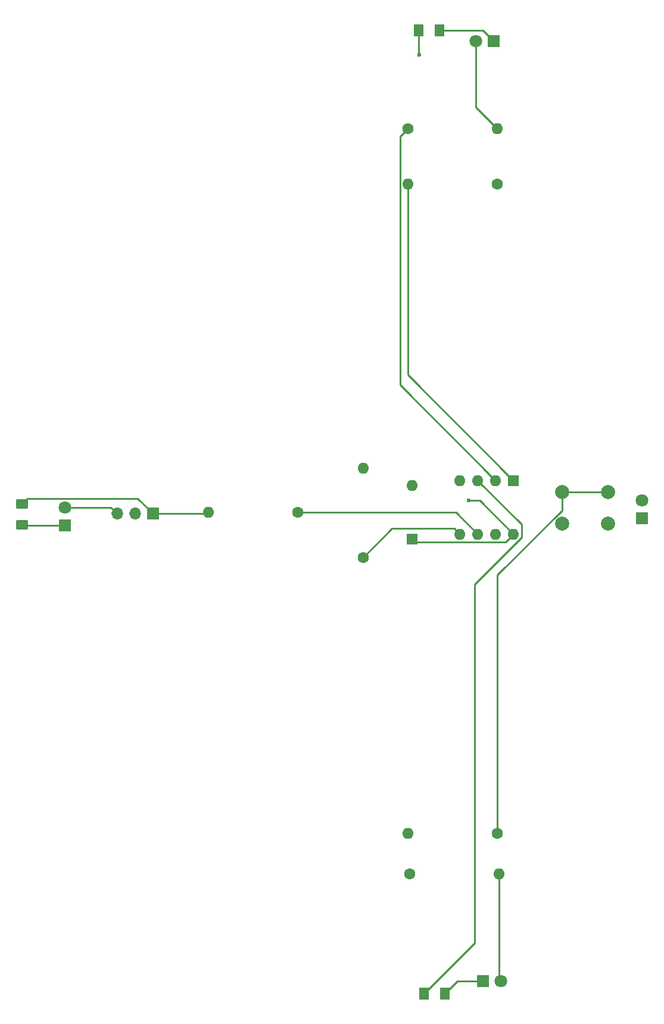
<source format=gtl>
G04 #@! TF.GenerationSoftware,KiCad,Pcbnew,7.0.7*
G04 #@! TF.CreationDate,2023-12-10T18:27:17-06:00*
G04 #@! TF.ProjectId,airplane-keychain,61697270-6c61-46e6-952d-6b6579636861,1*
G04 #@! TF.SameCoordinates,Original*
G04 #@! TF.FileFunction,Copper,L1,Top*
G04 #@! TF.FilePolarity,Positive*
%FSLAX46Y46*%
G04 Gerber Fmt 4.6, Leading zero omitted, Abs format (unit mm)*
G04 Created by KiCad (PCBNEW 7.0.7) date 2023-12-10 18:27:17*
%MOMM*%
%LPD*%
G01*
G04 APERTURE LIST*
G04 Aperture macros list*
%AMRoundRect*
0 Rectangle with rounded corners*
0 $1 Rounding radius*
0 $2 $3 $4 $5 $6 $7 $8 $9 X,Y pos of 4 corners*
0 Add a 4 corners polygon primitive as box body*
4,1,4,$2,$3,$4,$5,$6,$7,$8,$9,$2,$3,0*
0 Add four circle primitives for the rounded corners*
1,1,$1+$1,$2,$3*
1,1,$1+$1,$4,$5*
1,1,$1+$1,$6,$7*
1,1,$1+$1,$8,$9*
0 Add four rect primitives between the rounded corners*
20,1,$1+$1,$2,$3,$4,$5,0*
20,1,$1+$1,$4,$5,$6,$7,0*
20,1,$1+$1,$6,$7,$8,$9,0*
20,1,$1+$1,$8,$9,$2,$3,0*%
G04 Aperture macros list end*
G04 #@! TA.AperFunction,ComponentPad*
%ADD10R,1.800000X1.800000*%
G04 #@! TD*
G04 #@! TA.AperFunction,ComponentPad*
%ADD11C,1.800000*%
G04 #@! TD*
G04 #@! TA.AperFunction,SMDPad,CuDef*
%ADD12RoundRect,0.250001X0.624999X-0.462499X0.624999X0.462499X-0.624999X0.462499X-0.624999X-0.462499X0*%
G04 #@! TD*
G04 #@! TA.AperFunction,SMDPad,CuDef*
%ADD13RoundRect,0.250001X0.462499X0.624999X-0.462499X0.624999X-0.462499X-0.624999X0.462499X-0.624999X0*%
G04 #@! TD*
G04 #@! TA.AperFunction,ComponentPad*
%ADD14C,1.600000*%
G04 #@! TD*
G04 #@! TA.AperFunction,ComponentPad*
%ADD15O,1.600000X1.600000*%
G04 #@! TD*
G04 #@! TA.AperFunction,ComponentPad*
%ADD16C,2.000000*%
G04 #@! TD*
G04 #@! TA.AperFunction,ComponentPad*
%ADD17R,1.600000X1.600000*%
G04 #@! TD*
G04 #@! TA.AperFunction,ComponentPad*
%ADD18R,1.700000X1.700000*%
G04 #@! TD*
G04 #@! TA.AperFunction,ComponentPad*
%ADD19O,1.700000X1.700000*%
G04 #@! TD*
G04 #@! TA.AperFunction,ViaPad*
%ADD20C,0.600000*%
G04 #@! TD*
G04 #@! TA.AperFunction,Conductor*
%ADD21C,0.250000*%
G04 #@! TD*
G04 APERTURE END LIST*
D10*
X88900000Y-97536000D03*
D11*
X88900000Y-94996000D03*
D12*
X82804000Y-97499500D03*
X82804000Y-94524500D03*
D13*
X142965500Y-164084000D03*
X139990500Y-164084000D03*
X142203500Y-27178000D03*
X139228500Y-27178000D03*
D14*
X131300000Y-102100000D03*
D15*
X131300000Y-89400000D03*
D14*
X122000000Y-95700000D03*
D15*
X109300000Y-95700000D03*
D14*
X137900000Y-147100000D03*
D15*
X150600000Y-147100000D03*
D14*
X137668000Y-41148000D03*
D15*
X150368000Y-41148000D03*
D14*
X150400000Y-141300000D03*
D15*
X137700000Y-141300000D03*
D14*
X150368000Y-49022000D03*
D15*
X137668000Y-49022000D03*
D16*
X159600000Y-92800000D03*
X166100000Y-92800000D03*
X159600000Y-97300000D03*
X166100000Y-97300000D03*
D17*
X138300000Y-99500000D03*
D15*
X138300000Y-91880000D03*
D10*
X148336000Y-162306000D03*
D11*
X150876000Y-162306000D03*
D10*
X149860000Y-28702000D03*
D11*
X147320000Y-28702000D03*
D10*
X170942000Y-96520000D03*
D11*
X170942000Y-93980000D03*
D18*
X101400000Y-95900000D03*
D19*
X98860000Y-95900000D03*
X96320000Y-95900000D03*
D17*
X152700000Y-91180000D03*
D15*
X150160000Y-91180000D03*
X147620000Y-91180000D03*
X145080000Y-91180000D03*
X145080000Y-98800000D03*
X147620000Y-98800000D03*
X150160000Y-98800000D03*
X152700000Y-98800000D03*
D20*
X139300000Y-30700000D03*
X146300000Y-94000000D03*
D21*
X144743500Y-162306000D02*
X148336000Y-162306000D01*
X82804000Y-97499500D02*
X82840500Y-97536000D01*
X142203500Y-27178000D02*
X148336000Y-27178000D01*
X82840500Y-97536000D02*
X88900000Y-97536000D01*
X148336000Y-27178000D02*
X149860000Y-28702000D01*
X142965500Y-164084000D02*
X144743500Y-162306000D01*
X150400000Y-141300000D02*
X150400000Y-104626167D01*
X159600000Y-92800000D02*
X166100000Y-92800000D01*
X150400000Y-104626167D02*
X159600000Y-95426167D01*
X159600000Y-95426167D02*
X159600000Y-92800000D01*
X96320000Y-95900000D02*
X95416000Y-94996000D01*
X95416000Y-94996000D02*
X88900000Y-94996000D01*
X109100000Y-95900000D02*
X109300000Y-95700000D01*
X83557500Y-93771000D02*
X99271000Y-93771000D01*
X99271000Y-93771000D02*
X101400000Y-95900000D01*
X101400000Y-95900000D02*
X109100000Y-95900000D01*
X82804000Y-94524500D02*
X83557500Y-93771000D01*
X150600000Y-162030000D02*
X150876000Y-162306000D01*
X150600000Y-147100000D02*
X150600000Y-162030000D01*
X147320000Y-28702000D02*
X147320000Y-38100000D01*
X147320000Y-38100000D02*
X150368000Y-41148000D01*
X139228500Y-30628500D02*
X139300000Y-30700000D01*
X153825000Y-99265991D02*
X153825000Y-97385000D01*
X153825000Y-97385000D02*
X147620000Y-91180000D01*
X139990500Y-164084000D02*
X147125000Y-156949500D01*
X147125000Y-156949500D02*
X147125000Y-105965991D01*
X139228500Y-27178000D02*
X139228500Y-30628500D01*
X147125000Y-105965991D02*
X153825000Y-99265991D01*
X135399999Y-98000001D02*
X144280001Y-98000001D01*
X131300000Y-102100000D02*
X135399999Y-98000001D01*
X144280001Y-98000001D02*
X145080000Y-98800000D01*
X144520000Y-95700000D02*
X147620000Y-98800000D01*
X122000000Y-95700000D02*
X144520000Y-95700000D01*
X137668000Y-41148000D02*
X136543000Y-42273000D01*
X136543000Y-42273000D02*
X136543000Y-77563000D01*
X136543000Y-77563000D02*
X150160000Y-91180000D01*
X146300000Y-94000000D02*
X147900000Y-94000000D01*
X147900000Y-94000000D02*
X152700000Y-98800000D01*
X151575000Y-99925000D02*
X152700000Y-98800000D01*
X138725000Y-99925000D02*
X151575000Y-99925000D01*
X138300000Y-99500000D02*
X138725000Y-99925000D01*
X137668000Y-76148000D02*
X152700000Y-91180000D01*
X137668000Y-49022000D02*
X137668000Y-76148000D01*
M02*

</source>
